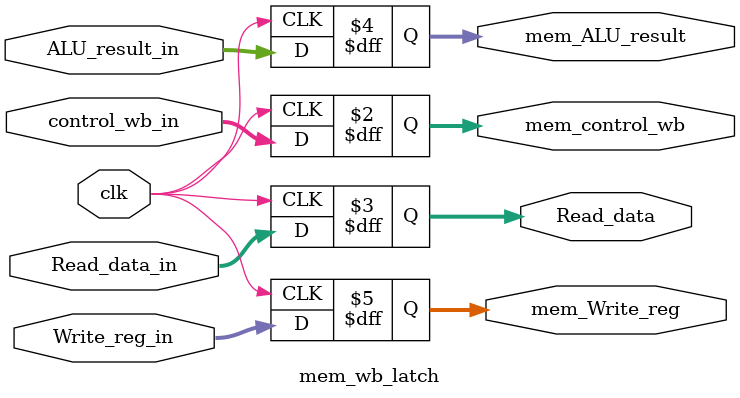
<source format=v>
module mem_wb_latch(
    input         clk,
    input  [1:0]  control_wb_in,   // RegWrite, MemtoReg
    input  [31:0] Read_data_in,
    input  [31:0] ALU_result_in,
    input  [4:0]  Write_reg_in,

    output reg [1:0]  mem_control_wb,
    output reg [31:0] Read_data,
    output reg [31:0] mem_ALU_result,
    output reg [4:0]  mem_Write_reg
);

    always @(posedge clk) begin
        mem_control_wb <= control_wb_in;
        Read_data      <= Read_data_in;
        mem_ALU_result <= ALU_result_in;
        mem_Write_reg  <= Write_reg_in;
    end

endmodule
</source>
